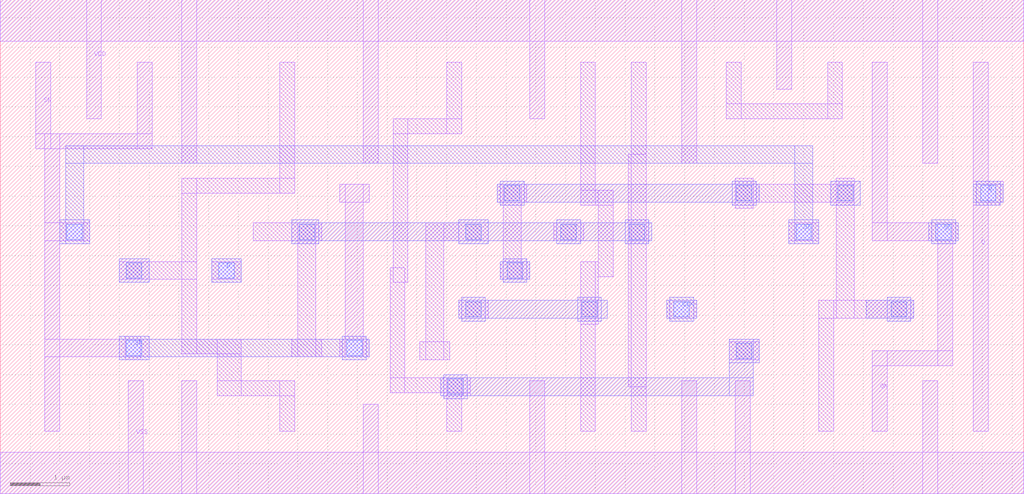
<source format=lef>
# Copyright 2022 Google LLC
# Licensed under the Apache License, Version 2.0 (the "License");
# you may not use this file except in compliance with the License.
# You may obtain a copy of the License at
#
#      http://www.apache.org/licenses/LICENSE-2.0
#
# Unless required by applicable law or agreed to in writing, software
# distributed under the License is distributed on an "AS IS" BASIS,
# WITHOUT WARRANTIES OR CONDITIONS OF ANY KIND, either express or implied.
# See the License for the specific language governing permissions and
# limitations under the License.
VERSION 5.7 ;
BUSBITCHARS "[]" ;
DIVIDERCHAR "/" ;

MACRO gf180mcu_osu_sc_gp12t3v3__dffsn_1
  CLASS CORE ;
  ORIGIN 0 0 ;
  FOREIGN gf180mcu_osu_sc_gp12t3v3__dffsn_1 0 0 ;
  SIZE 17.2 BY 8.3 ;
  SYMMETRY X Y ;
  SITE gf180mcu_osu_sc_gp12t3v3 ;
  PIN VDD
    DIRECTION INOUT ;
    USE POWER ;
    SHAPE ABUTMENT ;
    PORT
      LAYER Metal1 ;
        RECT 0 7.6 17.2 8.3 ;
        RECT 15.5 5.55 15.75 8.3 ;
        RECT 13.05 6.8 13.3 8.3 ;
        RECT 11.45 5.55 11.7 8.3 ;
        RECT 8.9 6.3 9.15 8.3 ;
        RECT 6.1 5.55 6.35 8.3 ;
        RECT 3.05 5.55 3.3 8.3 ;
        RECT 1.45 6.3 1.7 8.3 ;
    END
  END VDD
  PIN VSS
    DIRECTION INOUT ;
    USE GROUND ;
    SHAPE ABUTMENT ;
    PORT
      LAYER Metal1 ;
        RECT 0 0 17.2 0.7 ;
        RECT 15.5 0 15.75 1.9 ;
        RECT 12.35 0 12.6 1.9 ;
        RECT 11.45 0 11.7 1.9 ;
        RECT 8.9 0 9.15 1.9 ;
        RECT 6.1 0 6.35 1.5 ;
        RECT 3.05 0 3.3 1.9 ;
        RECT 2.15 0 2.4 1.9 ;
    END
  END VSS
  PIN CLK
    DIRECTION INPUT ;
    USE CLOCK ;
    PORT
      LAYER Metal1 ;
        RECT 11.2 2.95 11.7 3.25 ;
      LAYER Metal2 ;
        RECT 11.2 2.95 11.7 3.25 ;
        RECT 11.25 2.9 11.65 3.3 ;
      LAYER Via1 ;
        RECT 11.32 2.97 11.58 3.23 ;
    END
  END CLK
  PIN D
    DIRECTION INPUT ;
    USE SIGNAL ;
    PORT
      LAYER Metal1 ;
        RECT 3.55 3.6 4.05 3.9 ;
      LAYER Metal2 ;
        RECT 3.55 3.55 4.05 3.95 ;
      LAYER Via1 ;
        RECT 3.67 3.62 3.93 3.88 ;
    END
  END D
  PIN Q
    DIRECTION OUTPUT ;
    USE SIGNAL ;
    PORT
      LAYER Metal1 ;
        RECT 16.35 4.9 16.85 5.25 ;
        RECT 16.35 4.85 16.8 5.25 ;
        RECT 16.35 1.05 16.6 7.25 ;
      LAYER Metal2 ;
        RECT 16.35 4.9 16.85 5.2 ;
        RECT 16.4 4.85 16.8 5.25 ;
      LAYER Via1 ;
        RECT 16.47 4.92 16.73 5.18 ;
    END
  END Q
  PIN QN
    DIRECTION OUTPUT ;
    USE SIGNAL ;
    PORT
      LAYER Metal1 ;
        RECT 14.65 4.25 16.1 4.55 ;
        RECT 15.75 2.15 16 4.55 ;
        RECT 14.65 2.15 16 2.4 ;
        RECT 14.65 4.25 14.9 7.25 ;
        RECT 14.65 1.05 14.9 2.4 ;
      LAYER Metal2 ;
        RECT 15.6 4.25 16.1 4.55 ;
        RECT 15.65 4.2 16.05 4.6 ;
      LAYER Via1 ;
        RECT 15.72 4.27 15.98 4.53 ;
    END
  END QN
  PIN SN
    DIRECTION OUTPUT ;
    USE SIGNAL ;
    PORT
      LAYER Metal1 ;
        RECT 13.25 4.25 13.75 4.55 ;
        RECT 5.7 4.9 6.2 5.2 ;
        RECT 5.7 2.3 6.2 2.6 ;
        RECT 5.8 2.3 6.1 5.2 ;
        RECT 2.3 5.8 2.55 7.25 ;
        RECT 0.75 2.3 2.5 2.6 ;
        RECT 2.1 2.25 2.35 2.65 ;
        RECT 0.6 5.8 2.55 6.05 ;
        RECT 0.75 4.25 1.5 4.55 ;
        RECT 0.75 1.05 1 6.05 ;
        RECT 0.6 5.8 0.85 7.25 ;
      LAYER Metal2 ;
        RECT 13.25 4.2 13.75 4.6 ;
        RECT 1.1 5.55 13.65 5.85 ;
        RECT 13.35 4.2 13.65 5.85 ;
        RECT 1 4.2 1.5 4.6 ;
        RECT 1.1 4.2 1.4 5.85 ;
        RECT 2 2.3 6.2 2.6 ;
        RECT 5.75 2.25 6.15 2.65 ;
        RECT 2 2.25 2.5 2.65 ;
      LAYER Via1 ;
        RECT 1.12 4.27 1.38 4.53 ;
        RECT 2.12 2.32 2.38 2.58 ;
        RECT 5.82 2.32 6.08 2.58 ;
        RECT 13.37 4.27 13.63 4.53 ;
    END
  END SN
  OBS
    LAYER Metal2 ;
      RECT 14.9 2.9 15.3 3.3 ;
      RECT 14.55 2.95 15.35 3.25 ;
      RECT 12.25 2.2 12.75 2.6 ;
      RECT 12.25 1.65 12.65 2.6 ;
      RECT 7.45 1.6 7.85 2 ;
      RECT 7.4 1.65 12.65 1.95 ;
      RECT 12.3 4.85 12.7 5.25 ;
      RECT 8.4 4.85 8.8 5.25 ;
      RECT 8.35 4.9 12.75 5.2 ;
      RECT 10.5 4.2 10.9 4.6 ;
      RECT 9.35 4.2 9.75 4.6 ;
      RECT 7.7 4.2 8.2 4.6 ;
      RECT 4.9 4.2 5.35 4.6 ;
      RECT 4.9 4.25 10.95 4.55 ;
      RECT 9.7 2.9 10.1 3.3 ;
      RECT 7.75 2.9 8.15 3.3 ;
      RECT 7.7 2.95 10.2 3.25 ;
      RECT 8.45 3.55 8.85 3.95 ;
      RECT 8.4 3.6 8.9 3.9 ;
      RECT 13.95 4.85 14.45 5.25 ;
      RECT 2 3.55 2.5 3.95 ;
    LAYER Via1 ;
      RECT 14.97 2.97 15.23 3.23 ;
      RECT 14.07 4.92 14.33 5.18 ;
      RECT 12.37 2.27 12.63 2.53 ;
      RECT 12.37 4.92 12.63 5.18 ;
      RECT 10.57 4.27 10.83 4.53 ;
      RECT 9.77 2.97 10.03 3.23 ;
      RECT 9.42 4.27 9.68 4.53 ;
      RECT 8.52 3.62 8.78 3.88 ;
      RECT 8.47 4.92 8.73 5.18 ;
      RECT 7.82 2.97 8.08 3.23 ;
      RECT 7.82 4.27 8.08 4.53 ;
      RECT 7.52 1.67 7.78 1.93 ;
      RECT 5.02 4.27 5.28 4.53 ;
      RECT 2.12 3.62 2.38 3.88 ;
    LAYER Metal1 ;
      RECT 14.05 2.95 14.35 5.3 ;
      RECT 12.35 4.8 12.65 5.3 ;
      RECT 12.35 4.9 14.35 5.2 ;
      RECT 13.75 2.95 15.35 3.25 ;
      RECT 13.75 1.05 14 3.25 ;
      RECT 13.9 6.3 14.15 7.25 ;
      RECT 12.2 6.3 12.45 7.25 ;
      RECT 12.2 6.3 14.15 6.55 ;
      RECT 10.6 1.05 10.85 7.25 ;
      RECT 10.55 1.8 10.85 5.7 ;
      RECT 10.55 4.25 10.9 4.55 ;
      RECT 9.75 4.85 10 7.25 ;
      RECT 9.75 4.85 10.3 5.1 ;
      RECT 10.05 3.65 10.3 5.1 ;
      RECT 9.75 2.85 10.05 3.9 ;
      RECT 9.75 1.05 10 3.9 ;
      RECT 8.35 4.9 8.85 5.2 ;
      RECT 8.45 3.6 8.75 5.2 ;
      RECT 8.4 3.6 8.9 3.9 ;
      RECT 7.15 4.25 8.2 4.55 ;
      RECT 7.15 2.25 7.45 4.55 ;
      RECT 7.05 2.25 7.55 2.55 ;
      RECT 7.5 6.05 7.75 7.25 ;
      RECT 6.6 6.05 7.75 6.3 ;
      RECT 6.6 3.55 6.85 6.3 ;
      RECT 6.55 1.7 6.8 3.8 ;
      RECT 6.55 1.7 7.9 1.95 ;
      RECT 7.5 1.65 7.9 1.95 ;
      RECT 7.5 1.05 7.75 1.95 ;
      RECT 4.25 4.25 5.4 4.55 ;
      RECT 5 2.3 5.3 4.55 ;
      RECT 4.9 2.3 5.4 2.6 ;
      RECT 4.7 5.05 4.95 7.25 ;
      RECT 3.05 5.05 4.95 5.3 ;
      RECT 3.05 2.35 3.3 5.3 ;
      RECT 2 3.6 3.3 3.9 ;
      RECT 3.05 2.35 4.05 2.6 ;
      RECT 3.65 1.65 4.05 2.6 ;
      RECT 3.65 1.65 4.95 1.9 ;
      RECT 4.7 1.05 4.95 1.9 ;
      RECT 12.25 2.25 12.75 2.55 ;
      RECT 9.3 4.25 9.8 4.55 ;
      RECT 7.7 2.95 8.2 3.25 ;
  END
END gf180mcu_osu_sc_gp12t3v3__dffsn_1

</source>
